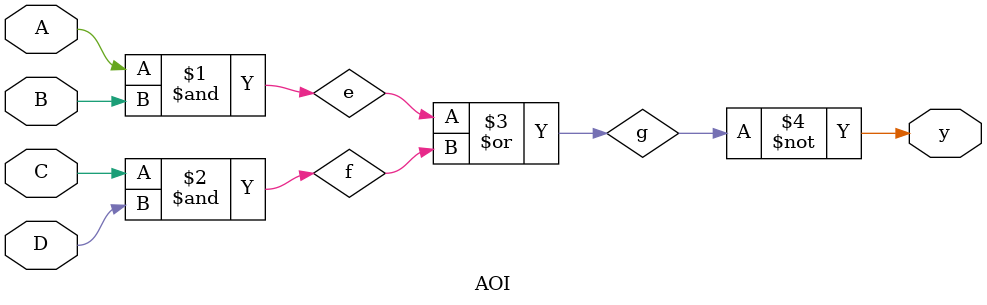
<source format=v>
module AOI(A,B,C,D,y);

//port declaration

input A, B, C, D;
output y;

wire e,f,g;

and i1(e,A, B);

and i2(f, C, D);

or i3(g, e, f);

not i4(y, g);

endmodule


</source>
